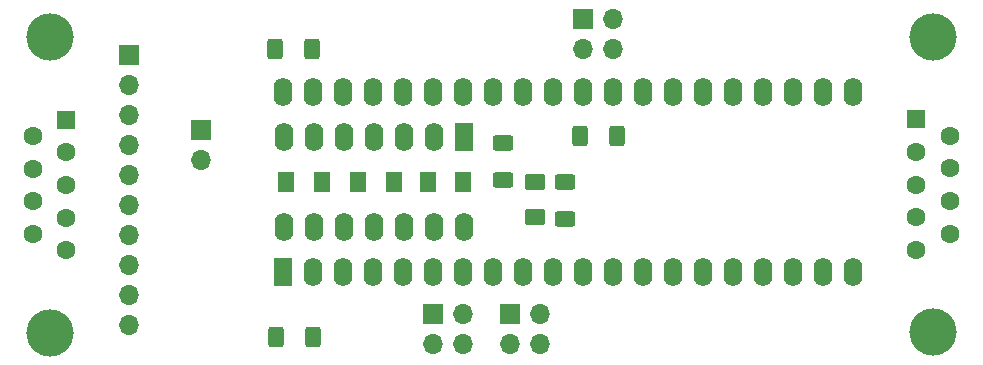
<source format=gbr>
%TF.GenerationSoftware,KiCad,Pcbnew,8.0.5-8.0.5-0~ubuntu22.04.1*%
%TF.CreationDate,2024-10-17T08:41:24+02:00*%
%TF.ProjectId,SerialSniffer_kicad,53657269-616c-4536-9e69-666665725f6b,rev?*%
%TF.SameCoordinates,Original*%
%TF.FileFunction,Soldermask,Top*%
%TF.FilePolarity,Negative*%
%FSLAX46Y46*%
G04 Gerber Fmt 4.6, Leading zero omitted, Abs format (unit mm)*
G04 Created by KiCad (PCBNEW 8.0.5-8.0.5-0~ubuntu22.04.1) date 2024-10-17 08:41:24*
%MOMM*%
%LPD*%
G01*
G04 APERTURE LIST*
G04 Aperture macros list*
%AMRoundRect*
0 Rectangle with rounded corners*
0 $1 Rounding radius*
0 $2 $3 $4 $5 $6 $7 $8 $9 X,Y pos of 4 corners*
0 Add a 4 corners polygon primitive as box body*
4,1,4,$2,$3,$4,$5,$6,$7,$8,$9,$2,$3,0*
0 Add four circle primitives for the rounded corners*
1,1,$1+$1,$2,$3*
1,1,$1+$1,$4,$5*
1,1,$1+$1,$6,$7*
1,1,$1+$1,$8,$9*
0 Add four rect primitives between the rounded corners*
20,1,$1+$1,$2,$3,$4,$5,0*
20,1,$1+$1,$4,$5,$6,$7,0*
20,1,$1+$1,$6,$7,$8,$9,0*
20,1,$1+$1,$8,$9,$2,$3,0*%
G04 Aperture macros list end*
%ADD10R,1.600000X2.400000*%
%ADD11O,1.600000X2.400000*%
%ADD12RoundRect,0.250000X-0.625000X0.400000X-0.625000X-0.400000X0.625000X-0.400000X0.625000X0.400000X0*%
%ADD13C,4.000000*%
%ADD14R,1.600000X1.600000*%
%ADD15C,1.600000*%
%ADD16RoundRect,0.250001X0.462499X0.624999X-0.462499X0.624999X-0.462499X-0.624999X0.462499X-0.624999X0*%
%ADD17R,1.700000X1.700000*%
%ADD18O,1.700000X1.700000*%
%ADD19RoundRect,0.250000X0.400000X0.625000X-0.400000X0.625000X-0.400000X-0.625000X0.400000X-0.625000X0*%
%ADD20RoundRect,0.250000X0.625000X-0.400000X0.625000X0.400000X-0.625000X0.400000X-0.625000X-0.400000X0*%
%ADD21RoundRect,0.250000X-0.400000X-0.625000X0.400000X-0.625000X0.400000X0.625000X-0.400000X0.625000X0*%
%ADD22RoundRect,0.250001X-0.624999X0.462499X-0.624999X-0.462499X0.624999X-0.462499X0.624999X0.462499X0*%
G04 APERTURE END LIST*
D10*
%TO.C,J7*%
X93980000Y-93345000D03*
D11*
X96520000Y-93345000D03*
X99060000Y-93345000D03*
X101600000Y-93345000D03*
X104140000Y-93345000D03*
X106680000Y-93345000D03*
X109220000Y-93345000D03*
X111760000Y-93345000D03*
X114300000Y-93345000D03*
X116840000Y-93345000D03*
X119380000Y-93345000D03*
X121920000Y-93345000D03*
X124460000Y-93345000D03*
X127000000Y-93345000D03*
X129540000Y-93345000D03*
X132080000Y-93345000D03*
X134620000Y-93345000D03*
X137160000Y-93345000D03*
X139700000Y-93345000D03*
X142240000Y-93345000D03*
X142240000Y-78105000D03*
X139700000Y-78105000D03*
X137160000Y-78105000D03*
X134620000Y-78105000D03*
X132080000Y-78105000D03*
X129540000Y-78105000D03*
X127000000Y-78105000D03*
X124460000Y-78105000D03*
X121920000Y-78105000D03*
X119380000Y-78105000D03*
X116840000Y-78105000D03*
X114300000Y-78105000D03*
X111760000Y-78105000D03*
X109220000Y-78105000D03*
X106680000Y-78105000D03*
X104140000Y-78105000D03*
X101600000Y-78105000D03*
X99060000Y-78105000D03*
X96520000Y-78105000D03*
X93980000Y-78105000D03*
%TD*%
D12*
%TO.C,R3*%
X112548000Y-82397000D03*
X112548000Y-85497000D03*
%TD*%
D13*
%TO.C,J1*%
X148994000Y-98431000D03*
X148994000Y-73431000D03*
D14*
X147574000Y-80391000D03*
D15*
X147574000Y-83161000D03*
X147574000Y-85931000D03*
X147574000Y-88701000D03*
X147574000Y-91471000D03*
X150414000Y-81776000D03*
X150414000Y-84546000D03*
X150414000Y-87316000D03*
X150414000Y-90086000D03*
%TD*%
D16*
%TO.C,D1*%
X103305000Y-85725000D03*
X100330000Y-85725000D03*
%TD*%
D17*
%TO.C,J5*%
X106680000Y-96901000D03*
D18*
X109220000Y-96901000D03*
X106680000Y-99441000D03*
X109220000Y-99441000D03*
%TD*%
D19*
%TO.C,R2*%
X122226000Y-81788000D03*
X119126000Y-81788000D03*
%TD*%
D17*
%TO.C,J3*%
X80934000Y-74965000D03*
D18*
X80934000Y-77505000D03*
X80934000Y-80045000D03*
X80934000Y-82585000D03*
X80934000Y-85125000D03*
X80934000Y-87665000D03*
X80934000Y-90205000D03*
X80934000Y-92745000D03*
X80934000Y-95285000D03*
X80934000Y-97825000D03*
%TD*%
D13*
%TO.C,J2*%
X74180000Y-73466000D03*
X74180000Y-98466000D03*
D14*
X75600000Y-80426000D03*
D15*
X75600000Y-83196000D03*
X75600000Y-85966000D03*
X75600000Y-88736000D03*
X75600000Y-91506000D03*
X72760000Y-81811000D03*
X72760000Y-84581000D03*
X72760000Y-87351000D03*
X72760000Y-90121000D03*
%TD*%
D16*
%TO.C,D2*%
X109173000Y-85725000D03*
X106198000Y-85725000D03*
%TD*%
D17*
%TO.C,J6*%
X119380000Y-71882000D03*
D18*
X121920000Y-71882000D03*
X119380000Y-74422000D03*
X121920000Y-74422000D03*
%TD*%
D20*
%TO.C,R5*%
X117856000Y-88799000D03*
X117856000Y-85699000D03*
%TD*%
D21*
%TO.C,R1*%
X93293000Y-74422000D03*
X96393000Y-74422000D03*
%TD*%
%TO.C,R4*%
X93345000Y-98806000D03*
X96445000Y-98806000D03*
%TD*%
D16*
%TO.C,D4*%
X97209000Y-85725000D03*
X94234000Y-85725000D03*
%TD*%
D22*
%TO.C,D3*%
X115316000Y-85725000D03*
X115316000Y-88700000D03*
%TD*%
D17*
%TO.C,J8*%
X113157000Y-96901000D03*
D18*
X115697000Y-96901000D03*
X113157000Y-99441000D03*
X115697000Y-99441000D03*
%TD*%
D10*
%TO.C,U1*%
X109251000Y-81900000D03*
D11*
X106711000Y-81900000D03*
X104171000Y-81900000D03*
X101631000Y-81900000D03*
X99091000Y-81900000D03*
X96551000Y-81900000D03*
X94011000Y-81900000D03*
X94011000Y-89520000D03*
X96551000Y-89520000D03*
X99091000Y-89520000D03*
X101631000Y-89520000D03*
X104171000Y-89520000D03*
X106711000Y-89520000D03*
X109251000Y-89520000D03*
%TD*%
D17*
%TO.C,J4*%
X86995000Y-81280000D03*
D18*
X86995000Y-83820000D03*
%TD*%
M02*

</source>
